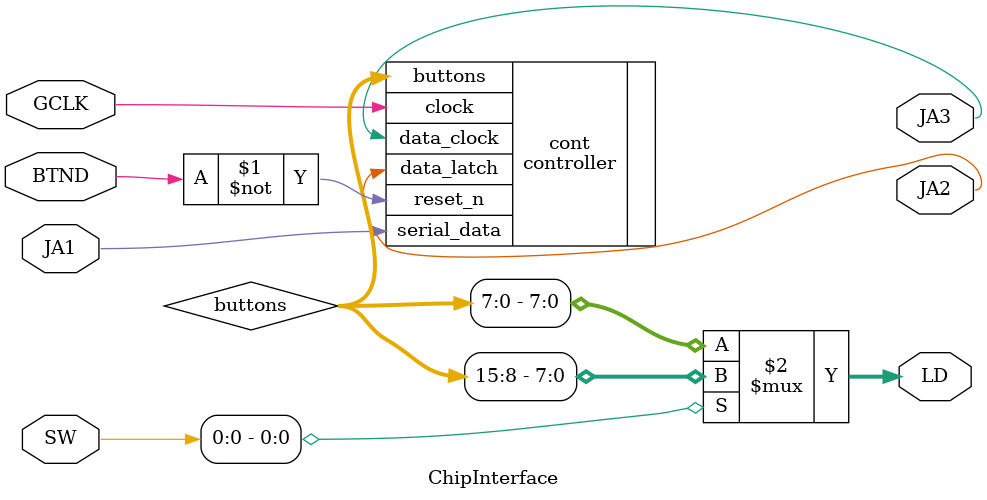
<source format=sv>
/* Chip Interface for a simple test of the controller
 *
 * See interface.txt for what "buttons" should be given the controller state
 *
 * Wire Color coding:
 *      Red => VDD (PMOD VDD for low side, 5V zedboard pin for high side)
 *      Yellow => Data Clock (JA3)
 *      Green => Data Latch (JA2)
 *      Blue => Serial Data (JA1)
 *      Black => Ground (Ground on PMOD connector)
 *      JA{1-3} is the top row on the PMOD connector
 */

module ChipInterface (
    input  logic JA1, GCLK, BTND,
    input  logic [7:0] SW,
    output logic JA2, JA3,
    output logic [7:0] LD);

    logic [15:0] buttons;

    controller cont (.data_latch(JA2), .data_clock(JA3),
                     .serial_data(JA1), .buttons, .clock(GCLK),
                     .reset_n(~BTND));

    assign LD = (SW[0]) ? buttons[15:8] : buttons[7:0];

endmodule: ChipInterface

</source>
